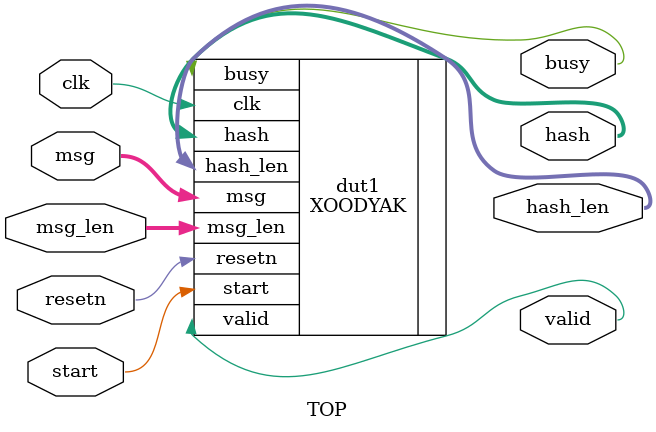
<source format=v>
module TOP(
	input wire clk, 
	input wire resetn, 
	input wire start, 
	input wire [7:0] msg,
	input wire [11:0] msg_len,
 
	output [7:0] hash, 
	output [7:0] hash_len,
	output valid,
	output busy
	);

	
	// Instantiate the Unit Under Test (UUT)
	XOODYAK dut1 (.clk(clk),.resetn(resetn),.start(start),.msg(msg),
		.msg_len(msg_len),.hash(hash),.hash_len(hash_len),.valid(valid),.busy(busy));
	

endmodule

</source>
